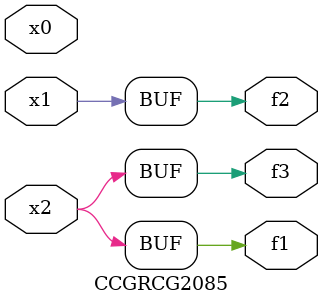
<source format=v>
module CCGRCG2085(
	input x0, x1, x2,
	output f1, f2, f3
);
	assign f1 = x2;
	assign f2 = x1;
	assign f3 = x2;
endmodule

</source>
